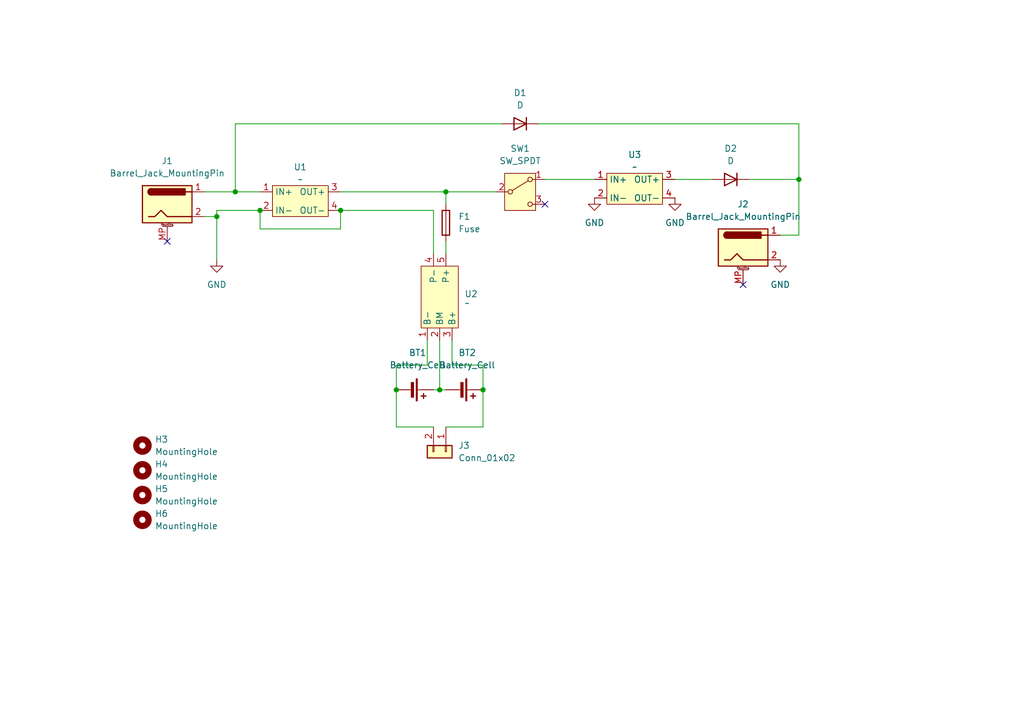
<source format=kicad_sch>
(kicad_sch (version 20231120) (generator "eeschema") (generator_version "8.0")
  (paper "A5")
  (lib_symbols
    (symbol "Connector:Barrel_Jack_MountingPin" (pin_names hide)
      (property "Reference" "J" (at 0 5.334 0))
      (property "Value" "Barrel_Jack_MountingPin" (at 1.27 -6.35 0))
      (symbol "Barrel_Jack_MountingPin_0_1"
        (rectangle (start -5.08 3.81) (end 5.08 -3.81) (stroke (width 0.254)) (fill (type background)))
        (arc (start -3.302 3.175) (mid -3.9343 2.54) (end -3.302 1.905) (stroke (width 0.254)))
        (arc (start -3.302 3.175) (mid -3.9343 2.54) (end -3.302 1.905) (stroke (width 0.254)) (fill (type outline)))
        (polyline (pts (xy 5.08 2.54) (xy 3.81 2.54)) (stroke (width 0.254)))
        (polyline (pts (xy -3.81 -2.54) (xy -2.54 -2.54) (xy -1.27 -1.27) (xy 0 -2.54) (xy 2.54 -2.54) (xy 5.08 -2.54)) (stroke (width 0.254)))
        (rectangle (start 3.683 3.175) (end -3.302 1.905) (stroke (width 0.254)) (fill (type outline)))
      )
      (symbol "Barrel_Jack_MountingPin_1_1"
        (polyline (pts (xy -1.016 -4.572) (xy 1.016 -4.572)) (stroke (width 0.1524)))
        (text "Mounting" (at 0 -4.191 0) (effects (font (size 0.381 0.381))))
        (pin passive line (at 7.62 2.54 180) (length 2.54) (name "~") (number "1"))
        (pin passive line (at 7.62 -2.54 180) (length 2.54) (name "~") (number "2"))
        (pin passive line (at 0 -7.62 90) (length 3.048) (name "MountPin") (number "MP"))
      )
    )
    (symbol "Connector_Generic:Conn_01x02" (pin_names (offset 1.016) hide)
      (property "Reference" "J" (at 0 2.54 0))
      (property "Value" "Conn_01x02" (at 0 -5.08 0))
      (symbol "Conn_01x02_1_1"
        (rectangle (start -1.27 -2.413) (end 0 -2.667) (stroke (width 0.1524)))
        (rectangle (start -1.27 0.127) (end 0 -0.127) (stroke (width 0.1524)))
        (rectangle (start -1.27 1.27) (end 1.27 -3.81) (stroke (width 0.254)) (fill (type background)))
        (pin passive line (at -5.08 0 0) (length 3.81) (name "Pin_1") (number "1"))
        (pin passive line (at -5.08 -2.54 0) (length 3.81) (name "Pin_2") (number "2"))
      )
    )
    (symbol "Device:Battery_Cell" (pin_numbers hide) (pin_names (offset 0) hide)
      (property "Reference" "BT" (at 2.54 2.54 0))
      (property "Value" "Battery_Cell" (at 2.54 0 0))
      (symbol "Battery_Cell_0_1"
        (rectangle (start -2.286 1.778) (end 2.286 1.524) (fill (type outline)))
        (rectangle (start -1.524 1.016) (end 1.524 0.508) (fill (type outline)))
        (polyline (pts (xy 0 0.762) (xy 0 0)))
        (polyline (pts (xy 0 1.778) (xy 0 2.54)))
        (polyline (pts (xy 0.762 3.048) (xy 1.778 3.048)) (stroke (width 0.254)))
        (polyline (pts (xy 1.27 3.556) (xy 1.27 2.54)) (stroke (width 0.254)))
      )
      (symbol "Battery_Cell_1_1"
        (pin passive line (at 0 5.08 270) (length 2.54) (name "+") (number "1"))
        (pin passive line (at 0 -2.54 90) (length 2.54) (name "-") (number "2"))
      )
    )
    (symbol "Device:D" (pin_numbers hide) (pin_names (offset 1.016) hide)
      (property "Reference" "D" (at 0 2.54 0))
      (property "Value" "D" (at 0 -2.54 0))
      (symbol "D_0_1"
        (polyline (pts (xy -1.27 1.27) (xy -1.27 -1.27)) (stroke (width 0.254)))
        (polyline (pts (xy 1.27 0) (xy -1.27 0)))
        (polyline (pts (xy 1.27 1.27) (xy 1.27 -1.27) (xy -1.27 0) (xy 1.27 1.27)) (stroke (width 0.254)))
      )
      (symbol "D_1_1"
        (pin passive line (at -3.81 0 0) (length 2.54) (name "K") (number "1"))
        (pin passive line (at 3.81 0 180) (length 2.54) (name "A") (number "2"))
      )
    )
    (symbol "Device:Fuse" (pin_numbers hide) (pin_names (offset 0))
      (property "Reference" "F" (at 2.032 0 90))
      (property "Value" "Fuse" (at -1.905 0 90))
      (symbol "Fuse_0_1"
        (rectangle (start -0.762 -2.54) (end 0.762 2.54) (stroke (width 0.254)))
        (polyline (pts (xy 0 2.54) (xy 0 -2.54)))
      )
      (symbol "Fuse_1_1"
        (pin passive line (at 0 3.81 270) (length 1.27) (name "~") (number "1"))
        (pin passive line (at 0 -3.81 90) (length 1.27) (name "~") (number "2"))
      )
    )
    (symbol "Mechanical:MountingHole" (pin_names (offset 1.016)) (exclude_from_sim yes) (in_bom no)
      (property "Reference" "H" (at 0 5.08 0))
      (property "Value" "MountingHole" (at 0 3.175 0))
      (symbol "MountingHole_0_1"
        (circle (center 0 0) (radius 1.27) (stroke (width 1.27)))
      )
    )
    (symbol "MySymbols:HX-2S-JH20"
      (property "Reference" "U" (at -0.254 2.286 0))
      (symbol "HX-2S-JH20_1_1"
        (rectangle (start -6.35 6.35) (end 6.35 -1.27) (fill (type background)))
        (pin bidirectional line (at 8.89 0 180) (length 2.54) (name "B-") (number "1"))
        (pin bidirectional line (at 8.89 2.54 180) (length 2.54) (name "BM") (number "2"))
        (pin bidirectional line (at 8.89 5.08 180) (length 2.54) (name "B+") (number "3"))
        (pin bidirectional line (at -8.89 1.27 0) (length 2.54) (name "P-") (number "4"))
        (pin bidirectional line (at -8.89 3.81 0) (length 2.54) (name "P+") (number "5"))
      )
    )
    (symbol "MySymbols:VoltageConverter"
      (property "Reference" "U" (at 5.588 2.54 0))
      (symbol "VoltageConverter_1_1"
        (rectangle (start 0 1.27) (end 11.43 -5.08) (fill (type background)))
        (pin power_in line (at -2.54 0 0) (length 2.54) (name "IN+") (number "1"))
        (pin power_in line (at -2.54 -3.81 0) (length 2.54) (name "IN-") (number "2"))
        (pin power_out line (at 13.97 0 180) (length 2.54) (name "OUT+") (number "3"))
        (pin power_out line (at 13.97 -3.81 180) (length 2.54) (name "OUT-") (number "4"))
      )
    )
    (symbol "Switch:SW_SPDT" (pin_names (offset 0) hide)
      (property "Reference" "SW" (at 0 5.08 0))
      (property "Value" "SW_SPDT" (at 0 -5.08 0))
      (symbol "SW_SPDT_0_1"
        (circle (center -2.032 0) (radius 0.4572))
        (polyline (pts (xy -1.651 0.254) (xy 1.651 2.286)))
        (circle (center 2.032 -2.54) (radius 0.4572))
        (circle (center 2.032 2.54) (radius 0.4572))
      )
      (symbol "SW_SPDT_1_1"
        (rectangle (start -3.175 3.81) (end 3.175 -3.81) (fill (type background)))
        (pin passive line (at 5.08 2.54 180) (length 2.54) (name "A") (number "1"))
        (pin passive line (at -5.08 0 0) (length 2.54) (name "B") (number "2"))
        (pin passive line (at 5.08 -2.54 180) (length 2.54) (name "C") (number "3"))
      )
    )
    (symbol "power:GND" (power) (pin_numbers hide) (pin_names (offset 0) hide)
      (property "Value" "GND" (at 0 -3.81 0))
      (symbol "GND_0_1"
        (polyline (pts (xy 0 0) (xy 0 -1.27) (xy 1.27 -1.27) (xy 0 -2.54) (xy -1.27 -1.27) (xy 0 -1.27)))
      )
      (symbol "GND_1_1"
        (pin power_in line (at 0 0 270) (length 0) (name "~") (number "1"))
      )
    )
  )
  (junction (at 44.45 44.45))
  (junction (at 91.44 39.37))
  (junction (at 53.34 43.18))
  (junction (at 90.17 80.01))
  (junction (at 99.06 80.01))
  (junction (at 48.26 39.37))
  (junction (at 69.85 43.18))
  (junction (at 163.83 36.83))
  (junction (at 81.28 80.01))
  (no_connect (at 34.29 49.53))
  (no_connect (at 152.4 58.42))
  (no_connect (at 111.76 41.91))
  (wire (pts (xy 53.34 46.99) (xy 69.85 46.99)))
  (wire (pts (xy 90.17 80.01) (xy 88.9 80.01)))
  (wire (pts (xy 88.9 87.63) (xy 81.28 87.63)))
  (wire (pts (xy 111.76 36.83) (xy 121.92 36.83)))
  (wire (pts (xy 48.26 39.37) (xy 53.34 39.37)))
  (wire (pts (xy 146.05 36.83) (xy 138.43 36.83)))
  (wire (pts (xy 88.9 52.07) (xy 88.9 43.18)))
  (wire (pts (xy 69.85 46.99) (xy 69.85 43.18)))
  (wire (pts (xy 153.67 36.83) (xy 163.83 36.83)))
  (wire (pts (xy 163.83 36.83) (xy 163.83 48.26)))
  (wire (pts (xy 99.06 87.63) (xy 99.06 80.01)))
  (wire (pts (xy 110.49 25.4) (xy 163.83 25.4)))
  (wire (pts (xy 91.44 49.53) (xy 91.44 52.07)))
  (wire (pts (xy 48.26 25.4) (xy 48.26 39.37)))
  (wire (pts (xy 41.91 39.37) (xy 48.26 39.37)))
  (wire (pts (xy 81.28 80.01) (xy 81.28 74.93)))
  (wire (pts (xy 91.44 87.63) (xy 99.06 87.63)))
  (wire (pts (xy 91.44 80.01) (xy 90.17 80.01)))
  (wire (pts (xy 44.45 53.34) (xy 44.45 44.45)))
  (wire (pts (xy 92.71 69.85) (xy 92.71 74.93)))
  (wire (pts (xy 90.17 69.85) (xy 90.17 80.01)))
  (wire (pts (xy 163.83 25.4) (xy 163.83 36.83)))
  (wire (pts (xy 88.9 43.18) (xy 69.85 43.18)))
  (wire (pts (xy 87.63 74.93) (xy 87.63 69.85)))
  (wire (pts (xy 44.45 44.45) (xy 41.91 44.45)))
  (wire (pts (xy 53.34 43.18) (xy 44.45 43.18)))
  (wire (pts (xy 69.85 39.37) (xy 91.44 39.37)))
  (wire (pts (xy 44.45 43.18) (xy 44.45 44.45)))
  (wire (pts (xy 91.44 39.37) (xy 101.6 39.37)))
  (wire (pts (xy 99.06 74.93) (xy 99.06 80.01)))
  (wire (pts (xy 102.87 25.4) (xy 48.26 25.4)))
  (wire (pts (xy 92.71 74.93) (xy 99.06 74.93)))
  (wire (pts (xy 163.83 48.26) (xy 160.02 48.26)))
  (wire (pts (xy 81.28 87.63) (xy 81.28 80.01)))
  (wire (pts (xy 81.28 74.93) (xy 87.63 74.93)))
  (wire (pts (xy 53.34 43.18) (xy 53.34 46.99)))
  (wire (pts (xy 91.44 41.91) (xy 91.44 39.37)))
  (symbol (lib_id "Connector:Barrel_Jack_MountingPin") (at 34.29 41.91 0) (unit 1)
    (property "Reference" "J1" (at 34.29 33.02 0))
    (property "Value" "Barrel_Jack_MountingPin" (at 34.29 35.56 0))
    (property "Footprint" "Connector_BarrelJack:BarrelJack_Horizontal" (effects (hide yes)))
    (property "Description" "DC Barrel Jack with a mounting pin" (effects (hide yes)))
  )
  (symbol (lib_id "Mechanical:MountingHole") (at 29.21 106.68 0) (unit 1) (exclude_from_sim yes) (in_bom no)
    (property "Reference" "H6" (at 31.75 105.4099 0) (effects (justify left)))
    (property "Value" "MountingHole" (at 31.75 107.9499 0) (effects (justify left)))
    (property "Footprint" "MountingHole:MountingHole_4.3mm_M4" (effects (hide yes)))
    (property "Description" "Mounting Hole without connection" (effects (hide yes)))
  )
  (symbol (lib_id "MySymbols:HX-2S-JH20") (at 87.63 60.96 270) (unit 1)
    (property "Reference" "U2" (at 95.25 60.3249 90) (effects (justify left)))
    (property "Value" "~" (at 95.25 62.23 90) (effects (justify left)))
    (property "Footprint" "MyFootprintsGlobal:HX-2S-JH20" (effects (hide yes)))
  )
  (symbol (lib_id "power:GND") (at 121.92 40.64 0) (unit 1)
    (property "Reference" "#PWR02" (effects (hide yes)))
    (property "Value" "GND" (at 121.92 45.72 0))
    (property "Description" "Power symbol creates a global label with name \"GND\" , ground" (effects (hide yes)))
  )
  (symbol (lib_id "Mechanical:MountingHole") (at 29.21 91.44 0) (unit 1) (exclude_from_sim yes) (in_bom no)
    (property "Reference" "H3" (at 31.75 90.1699 0) (effects (justify left)))
    (property "Value" "MountingHole" (at 31.75 92.7099 0) (effects (justify left)))
    (property "Footprint" "MountingHole:MountingHole_4.3mm_M4" (effects (hide yes)))
    (property "Description" "Mounting Hole without connection" (effects (hide yes)))
  )
  (symbol (lib_id "MySymbols:VoltageConverter") (at 55.88 39.37 0) (unit 1)
    (property "Reference" "U1" (at 61.595 34.29 0))
    (property "Value" "~" (at 61.595 36.83 0))
    (property "Footprint" "MyFootprintsGlobal:XL4015_StepDown" (effects (hide yes)))
  )
  (symbol (lib_id "power:GND") (at 160.02 53.34 0) (unit 1)
    (property "Reference" "#PWR04" (effects (hide yes)))
    (property "Value" "GND" (at 160.02 58.42 0))
    (property "Description" "Power symbol creates a global label with name \"GND\" , ground" (effects (hide yes)))
  )
  (symbol (lib_id "power:GND") (at 138.43 40.64 0) (unit 1)
    (property "Reference" "#PWR03" (effects (hide yes)))
    (property "Value" "GND" (at 138.43 45.72 0))
    (property "Description" "Power symbol creates a global label with name \"GND\" , ground" (effects (hide yes)))
  )
  (symbol (lib_id "Connector_Generic:Conn_01x02") (at 91.44 92.71 270) (unit 1)
    (property "Reference" "J3" (at 93.98 91.4399 90) (effects (justify left)))
    (property "Value" "Conn_01x02" (at 93.98 93.9799 90) (effects (justify left)))
    (property "Footprint" "MyFootprintsGlobal:BattTester" (effects (hide yes)))
    (property "Description" "Generic connector, single row, 01x02, script generated (kicad-library-utils/schlib/autogen/connector/)" (effects (hide yes)))
  )
  (symbol (lib_id "Connector:Barrel_Jack_MountingPin") (at 152.4 50.8 0) (unit 1)
    (property "Reference" "J2" (at 152.4 41.91 0))
    (property "Value" "Barrel_Jack_MountingPin" (at 152.4 44.45 0))
    (property "Footprint" "Connector_BarrelJack:BarrelJack_Horizontal" (effects (hide yes)))
    (property "Description" "DC Barrel Jack with a mounting pin" (effects (hide yes)))
  )
  (symbol (lib_id "Device:Battery_Cell") (at 93.98 80.01 270) (unit 1)
    (property "Reference" "BT2" (at 95.8215 72.39 90))
    (property "Value" "Battery_Cell" (at 95.8215 74.93 90))
    (property "Footprint" "MyFootprintsGlobal:BAT_BK-18650-21700" (effects (hide yes)))
    (property "Description" "Single-cell battery" (effects (hide yes)))
  )
  (symbol (lib_id "MySymbols:VoltageConverter") (at 124.46 36.83 0) (unit 1)
    (property "Reference" "U3" (at 130.175 31.75 0))
    (property "Value" "~" (at 130.175 34.29 0))
    (property "Footprint" "MyFootprintsGlobal:StepUp12V" (effects (hide yes)))
  )
  (symbol (lib_id "Device:Battery_Cell") (at 83.82 80.01 270) (unit 1)
    (property "Reference" "BT1" (at 85.6615 72.39 90))
    (property "Value" "Battery_Cell" (at 85.6615 74.93 90))
    (property "Footprint" "MyFootprintsGlobal:BAT_BK-18650-21700" (effects (hide yes)))
    (property "Description" "Single-cell battery" (effects (hide yes)))
  )
  (symbol (lib_id "Device:D") (at 149.86 36.83 180) (unit 1)
    (property "Reference" "D2" (at 149.86 30.48 0))
    (property "Value" "D" (at 149.86 33.02 0))
    (property "Footprint" "Diode_THT:D_P600_R-6_P12.70mm_Horizontal" (effects (hide yes)))
    (property "Description" "Diode" (effects (hide yes)))
    (property "Sim.Device" "D" (effects (hide yes)))
    (property "Sim.Pins" "1=K 2=A" (effects (hide yes)))
  )
  (symbol (lib_id "Mechanical:MountingHole") (at 29.21 101.6 0) (unit 1) (exclude_from_sim yes) (in_bom no)
    (property "Reference" "H5" (at 31.75 100.3299 0) (effects (justify left)))
    (property "Value" "MountingHole" (at 31.75 102.8699 0) (effects (justify left)))
    (property "Footprint" "MountingHole:MountingHole_4.3mm_M4" (effects (hide yes)))
    (property "Description" "Mounting Hole without connection" (effects (hide yes)))
  )
  (symbol (lib_id "Device:Fuse") (at 91.44 45.72 180) (unit 1)
    (property "Reference" "F1" (at 93.98 44.4499 0) (effects (justify right)))
    (property "Value" "Fuse" (at 93.98 46.9899 0) (effects (justify right)))
    (property "Footprint" "MyFootprintsGlobal:Fuse-5x20" (effects (hide yes)))
    (property "Description" "Fuse" (effects (hide yes)))
  )
  (symbol (lib_id "power:GND") (at 44.45 53.34 0) (unit 1)
    (property "Reference" "#PWR01" (effects (hide yes)))
    (property "Value" "GND" (at 44.45 58.42 0))
    (property "Description" "Power symbol creates a global label with name \"GND\" , ground" (effects (hide yes)))
  )
  (symbol (lib_id "Mechanical:MountingHole") (at 29.21 96.52 0) (unit 1) (exclude_from_sim yes) (in_bom no)
    (property "Reference" "H4" (at 31.75 95.2499 0) (effects (justify left)))
    (property "Value" "MountingHole" (at 31.75 97.7899 0) (effects (justify left)))
    (property "Footprint" "MountingHole:MountingHole_4.3mm_M4" (effects (hide yes)))
    (property "Description" "Mounting Hole without connection" (effects (hide yes)))
  )
  (symbol (lib_id "Device:D") (at 106.68 25.4 180) (unit 1)
    (property "Reference" "D1" (at 106.68 19.05 0))
    (property "Value" "D" (at 106.68 21.59 0))
    (property "Footprint" "Diode_THT:D_P600_R-6_P12.70mm_Horizontal" (effects (hide yes)))
    (property "Description" "Diode" (effects (hide yes)))
    (property "Sim.Device" "D" (effects (hide yes)))
    (property "Sim.Pins" "1=K 2=A" (effects (hide yes)))
  )
  (symbol (lib_id "Switch:SW_SPDT") (at 106.68 39.37 0) (unit 1)
    (property "Reference" "SW1" (at 106.68 30.48 0))
    (property "Value" "SW_SPDT" (at 106.68 33.02 0))
    (property "Footprint" "JLC2KiCad:SW-TH_SS-12D11G5R" (effects (hide yes)))
    (property "Description" "Switch, single pole double throw" (effects (hide yes)))
  )
)
</source>
